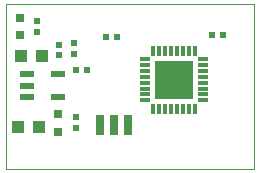
<source format=gtp>
G75*
G70*
%OFA0B0*%
%FSLAX24Y24*%
%IPPOS*%
%LPD*%
%AMOC8*
5,1,8,0,0,1.08239X$1,22.5*
%
%ADD10C,0.0000*%
%ADD11R,0.0320X0.0120*%
%ADD12R,0.0120X0.0320*%
%ADD13R,0.1280X0.1280*%
%ADD14R,0.0197X0.0236*%
%ADD15R,0.0236X0.0197*%
%ADD16R,0.0472X0.0217*%
%ADD17R,0.0413X0.0425*%
%ADD18R,0.0276X0.0669*%
%ADD19R,0.0315X0.0315*%
D10*
X000383Y000420D02*
X000383Y005931D01*
X008650Y005931D01*
X008650Y000420D01*
X000383Y000420D01*
D11*
X005003Y002702D03*
X005003Y002902D03*
X005003Y003092D03*
X005003Y003292D03*
X005003Y003492D03*
X005003Y003692D03*
X005003Y003882D03*
X005003Y004082D03*
X006943Y004082D03*
X006943Y003882D03*
X006943Y003692D03*
X006943Y003492D03*
X006943Y003292D03*
X006943Y003092D03*
X006943Y002902D03*
X006943Y002702D03*
D12*
X006663Y002422D03*
X006463Y002422D03*
X006273Y002422D03*
X006073Y002422D03*
X005873Y002422D03*
X005673Y002422D03*
X005483Y002422D03*
X005283Y002422D03*
X005283Y004362D03*
X005483Y004362D03*
X005673Y004362D03*
X005873Y004362D03*
X006073Y004362D03*
X006273Y004362D03*
X006463Y004362D03*
X006663Y004362D03*
D13*
X005973Y003392D03*
D14*
X004064Y004829D03*
X003709Y004829D03*
X003080Y003727D03*
X002725Y003727D03*
X007253Y004868D03*
X007607Y004868D03*
D15*
X002646Y004613D03*
X002646Y004258D03*
X002135Y004199D03*
X002135Y004553D03*
X001406Y004987D03*
X001406Y005341D03*
X002706Y002132D03*
X002706Y001778D03*
D16*
X002115Y002821D03*
X001091Y002821D03*
X001091Y003195D03*
X001091Y003569D03*
X002115Y003569D03*
D17*
X001574Y004179D03*
X000885Y004179D03*
X000786Y001817D03*
X001475Y001817D03*
D18*
X003493Y001896D03*
X003965Y001896D03*
X004438Y001896D03*
D19*
X002115Y001660D03*
X002115Y002250D03*
X000835Y004868D03*
X000835Y005459D03*
M02*

</source>
